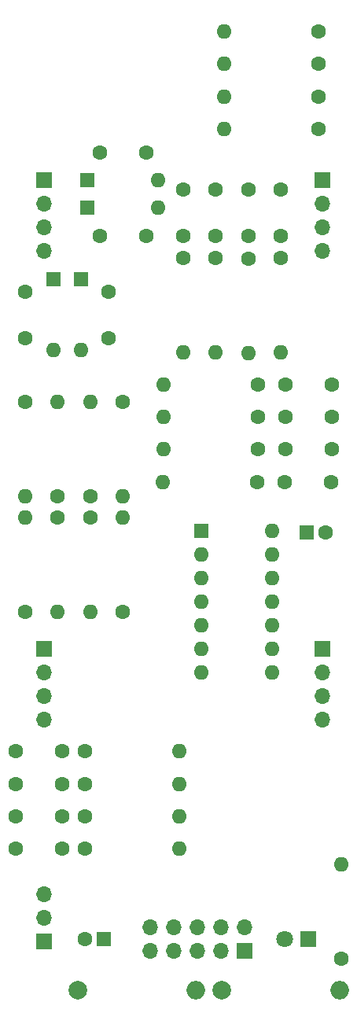
<source format=gts>
G04 #@! TF.GenerationSoftware,KiCad,Pcbnew,(6.0.1)*
G04 #@! TF.CreationDate,2022-02-10T17:34:38+01:00*
G04 #@! TF.ProjectId,Drumbox,4472756d-626f-4782-9e6b-696361645f70,rev?*
G04 #@! TF.SameCoordinates,Original*
G04 #@! TF.FileFunction,Soldermask,Top*
G04 #@! TF.FilePolarity,Negative*
%FSLAX46Y46*%
G04 Gerber Fmt 4.6, Leading zero omitted, Abs format (unit mm)*
G04 Created by KiCad (PCBNEW (6.0.1)) date 2022-02-10 17:34:38*
%MOMM*%
%LPD*%
G01*
G04 APERTURE LIST*
%ADD10C,1.600000*%
%ADD11R,1.700000X1.700000*%
%ADD12O,1.700000X1.700000*%
%ADD13O,1.600000X1.600000*%
%ADD14R,1.600000X1.600000*%
%ADD15C,2.000000*%
%ADD16O,2.000000X2.000000*%
%ADD17R,1.800000X1.800000*%
%ADD18C,1.800000*%
G04 APERTURE END LIST*
D10*
X46000000Y-56500000D03*
X41000000Y-56500000D03*
D11*
X65000000Y-50500000D03*
D12*
X65000000Y-53040000D03*
X65000000Y-55580000D03*
X65000000Y-58120000D03*
D10*
X64580000Y-41500000D03*
D13*
X54420000Y-41500000D03*
D10*
X40000000Y-86840000D03*
D13*
X40000000Y-97000000D03*
D14*
X41455113Y-132225000D03*
D10*
X39455113Y-132225000D03*
X36500000Y-84580000D03*
D13*
X36500000Y-74420000D03*
D10*
X67000000Y-134305000D03*
D13*
X67000000Y-124145000D03*
D14*
X63344888Y-88425000D03*
D10*
X65344888Y-88425000D03*
X58000000Y-83000000D03*
D13*
X47840000Y-83000000D03*
D15*
X54150000Y-137725000D03*
D16*
X66850000Y-137725000D03*
D10*
X61000000Y-72500000D03*
X66000000Y-72500000D03*
X53500000Y-58920000D03*
D13*
X53500000Y-69080000D03*
D11*
X35000000Y-132500000D03*
D12*
X35000000Y-129960000D03*
X35000000Y-127420000D03*
D14*
X39690000Y-50500000D03*
D13*
X47310000Y-50500000D03*
D10*
X58080000Y-79500000D03*
D13*
X47920000Y-79500000D03*
D10*
X50000000Y-51500000D03*
X50000000Y-56500000D03*
X37000000Y-112000000D03*
X32000000Y-112000000D03*
X64580000Y-38000000D03*
D13*
X54420000Y-38000000D03*
D10*
X50000000Y-58920000D03*
D13*
X50000000Y-69080000D03*
D10*
X43500000Y-74420000D03*
D13*
X43500000Y-84580000D03*
D15*
X38650000Y-137725000D03*
D16*
X51350000Y-137725000D03*
D10*
X60500000Y-51500000D03*
X60500000Y-56500000D03*
D14*
X39000000Y-61190000D03*
D13*
X39000000Y-68810000D03*
D10*
X61000000Y-76000000D03*
X66000000Y-76000000D03*
X60500000Y-58920000D03*
D13*
X60500000Y-69080000D03*
D10*
X58080000Y-72500000D03*
D13*
X47920000Y-72500000D03*
D11*
X35000000Y-101000000D03*
D12*
X35000000Y-103540000D03*
X35000000Y-106080000D03*
X35000000Y-108620000D03*
D10*
X53500000Y-51500000D03*
X53500000Y-56500000D03*
X60920000Y-83000000D03*
X65920000Y-83000000D03*
D11*
X65000000Y-101000000D03*
D12*
X65000000Y-103540000D03*
X65000000Y-106080000D03*
X65000000Y-108620000D03*
D10*
X39420000Y-119000000D03*
D13*
X49580000Y-119000000D03*
D10*
X43500000Y-97000000D03*
D13*
X43500000Y-86840000D03*
D10*
X57000000Y-51500000D03*
X57000000Y-56500000D03*
D11*
X35000000Y-50500000D03*
D12*
X35000000Y-53040000D03*
X35000000Y-55580000D03*
X35000000Y-58120000D03*
D10*
X39420000Y-115500000D03*
D13*
X49580000Y-115500000D03*
D10*
X37000000Y-119000000D03*
X32000000Y-119000000D03*
X58080000Y-76000000D03*
D13*
X47920000Y-76000000D03*
D10*
X57000000Y-59000000D03*
D13*
X57000000Y-69160000D03*
D14*
X36000000Y-61190000D03*
D13*
X36000000Y-68810000D03*
D10*
X33000000Y-67500000D03*
X33000000Y-62500000D03*
X46000000Y-47500000D03*
X41000000Y-47500000D03*
X40000000Y-84580000D03*
D13*
X40000000Y-74420000D03*
D10*
X36500000Y-86840000D03*
D13*
X36500000Y-97000000D03*
D14*
X52000000Y-88300000D03*
D13*
X52000000Y-90840000D03*
X52000000Y-93380000D03*
X52000000Y-95920000D03*
X52000000Y-98460000D03*
X52000000Y-101000000D03*
X52000000Y-103540000D03*
X59620000Y-103540000D03*
X59620000Y-101000000D03*
X59620000Y-98460000D03*
X59620000Y-95920000D03*
X59620000Y-93380000D03*
X59620000Y-90840000D03*
X59620000Y-88300000D03*
D10*
X42000000Y-67500000D03*
X42000000Y-62500000D03*
X64580000Y-45000000D03*
D13*
X54420000Y-45000000D03*
D10*
X33000000Y-97000000D03*
D13*
X33000000Y-86840000D03*
D10*
X37000000Y-115500000D03*
X32000000Y-115500000D03*
X61000000Y-79500000D03*
X66000000Y-79500000D03*
X39420000Y-122500000D03*
D13*
X49580000Y-122500000D03*
D10*
X39420000Y-112000000D03*
D13*
X49580000Y-112000000D03*
D10*
X37000000Y-122500000D03*
X32000000Y-122500000D03*
X64580000Y-34500000D03*
D13*
X54420000Y-34500000D03*
D14*
X39690000Y-53500000D03*
D13*
X47310000Y-53500000D03*
D10*
X33000000Y-74420000D03*
D13*
X33000000Y-84580000D03*
D17*
X63500000Y-132225000D03*
D18*
X60960000Y-132225000D03*
D11*
X56575000Y-133500000D03*
D12*
X56575000Y-130960000D03*
X54035000Y-133500000D03*
X54035000Y-130960000D03*
X51495000Y-133500000D03*
X51495000Y-130960000D03*
X48955000Y-133500000D03*
X48955000Y-130960000D03*
X46415000Y-133500000D03*
X46415000Y-130960000D03*
M02*

</source>
